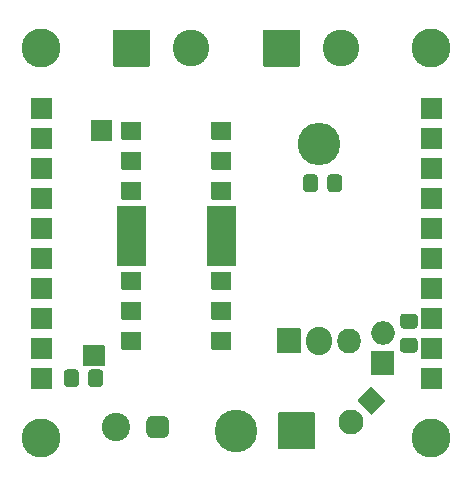
<source format=gbr>
G04 #@! TF.GenerationSoftware,KiCad,Pcbnew,(5.1.8)-1*
G04 #@! TF.CreationDate,2020-11-13T22:35:38+03:00*
G04 #@! TF.ProjectId,L293,4c323933-2e6b-4696-9361-645f70636258,rev?*
G04 #@! TF.SameCoordinates,Original*
G04 #@! TF.FileFunction,Soldermask,Top*
G04 #@! TF.FilePolarity,Negative*
%FSLAX46Y46*%
G04 Gerber Fmt 4.6, Leading zero omitted, Abs format (unit mm)*
G04 Created by KiCad (PCBNEW (5.1.8)-1) date 2020-11-13 22:35:38*
%MOMM*%
%LPD*%
G01*
G04 APERTURE LIST*
%ADD10C,2.102000*%
%ADD11C,2.402000*%
%ADD12C,3.302000*%
%ADD13C,3.602000*%
%ADD14C,3.102000*%
%ADD15O,2.002000X2.002000*%
%ADD16O,3.602000X3.602000*%
%ADD17O,2.202000X2.402000*%
%ADD18O,2.007000X2.102000*%
%ADD19C,0.100000*%
G04 APERTURE END LIST*
G36*
G01*
X120686062Y-60427567D02*
X121817433Y-61558938D01*
G75*
G02*
X121817433Y-61631062I-36062J-36062D01*
G01*
X120686062Y-62762433D01*
G75*
G02*
X120613938Y-62762433I-36062J36062D01*
G01*
X119482567Y-61631062D01*
G75*
G02*
X119482567Y-61558938I36062J36062D01*
G01*
X120613938Y-60427567D01*
G75*
G02*
X120686062Y-60427567I36062J-36062D01*
G01*
G37*
D10*
X118882233Y-63362767D03*
G36*
G01*
X123346172Y-56279000D02*
X124303828Y-56279000D01*
G75*
G02*
X124576000Y-56551172I0J-272172D01*
G01*
X124576000Y-57258828D01*
G75*
G02*
X124303828Y-57531000I-272172J0D01*
G01*
X123346172Y-57531000D01*
G75*
G02*
X123074000Y-57258828I0J272172D01*
G01*
X123074000Y-56551172D01*
G75*
G02*
X123346172Y-56279000I272172J0D01*
G01*
G37*
G36*
G01*
X123346172Y-54229000D02*
X124303828Y-54229000D01*
G75*
G02*
X124576000Y-54501172I0J-272172D01*
G01*
X124576000Y-55208828D01*
G75*
G02*
X124303828Y-55481000I-272172J0D01*
G01*
X123346172Y-55481000D01*
G75*
G02*
X123074000Y-55208828I0J272172D01*
G01*
X123074000Y-54501172D01*
G75*
G02*
X123346172Y-54229000I272172J0D01*
G01*
G37*
D11*
X99052500Y-63817500D03*
G36*
G01*
X103503500Y-63342000D02*
X103503500Y-64293000D01*
G75*
G02*
X103028000Y-64768500I-475500J0D01*
G01*
X102077000Y-64768500D01*
G75*
G02*
X101601500Y-64293000I0J475500D01*
G01*
X101601500Y-63342000D01*
G75*
G02*
X102077000Y-62866500I475500J0D01*
G01*
X103028000Y-62866500D01*
G75*
G02*
X103503500Y-63342000I0J-475500D01*
G01*
G37*
D12*
X92710000Y-31750000D03*
X92710000Y-64770000D03*
X125730000Y-31750000D03*
X125730000Y-64770000D03*
G36*
G01*
X124829000Y-60540000D02*
X124829000Y-58840000D01*
G75*
G02*
X124880000Y-58789000I51000J0D01*
G01*
X126580000Y-58789000D01*
G75*
G02*
X126631000Y-58840000I0J-51000D01*
G01*
X126631000Y-60540000D01*
G75*
G02*
X126580000Y-60591000I-51000J0D01*
G01*
X124880000Y-60591000D01*
G75*
G02*
X124829000Y-60540000I0J51000D01*
G01*
G37*
G36*
G01*
X124829000Y-58000000D02*
X124829000Y-56300000D01*
G75*
G02*
X124880000Y-56249000I51000J0D01*
G01*
X126580000Y-56249000D01*
G75*
G02*
X126631000Y-56300000I0J-51000D01*
G01*
X126631000Y-58000000D01*
G75*
G02*
X126580000Y-58051000I-51000J0D01*
G01*
X124880000Y-58051000D01*
G75*
G02*
X124829000Y-58000000I0J51000D01*
G01*
G37*
G36*
G01*
X124829000Y-55460000D02*
X124829000Y-53760000D01*
G75*
G02*
X124880000Y-53709000I51000J0D01*
G01*
X126580000Y-53709000D01*
G75*
G02*
X126631000Y-53760000I0J-51000D01*
G01*
X126631000Y-55460000D01*
G75*
G02*
X126580000Y-55511000I-51000J0D01*
G01*
X124880000Y-55511000D01*
G75*
G02*
X124829000Y-55460000I0J51000D01*
G01*
G37*
G36*
G01*
X124829000Y-52920000D02*
X124829000Y-51220000D01*
G75*
G02*
X124880000Y-51169000I51000J0D01*
G01*
X126580000Y-51169000D01*
G75*
G02*
X126631000Y-51220000I0J-51000D01*
G01*
X126631000Y-52920000D01*
G75*
G02*
X126580000Y-52971000I-51000J0D01*
G01*
X124880000Y-52971000D01*
G75*
G02*
X124829000Y-52920000I0J51000D01*
G01*
G37*
G36*
G01*
X124829000Y-50380000D02*
X124829000Y-48680000D01*
G75*
G02*
X124880000Y-48629000I51000J0D01*
G01*
X126580000Y-48629000D01*
G75*
G02*
X126631000Y-48680000I0J-51000D01*
G01*
X126631000Y-50380000D01*
G75*
G02*
X126580000Y-50431000I-51000J0D01*
G01*
X124880000Y-50431000D01*
G75*
G02*
X124829000Y-50380000I0J51000D01*
G01*
G37*
G36*
G01*
X124829000Y-47840000D02*
X124829000Y-46140000D01*
G75*
G02*
X124880000Y-46089000I51000J0D01*
G01*
X126580000Y-46089000D01*
G75*
G02*
X126631000Y-46140000I0J-51000D01*
G01*
X126631000Y-47840000D01*
G75*
G02*
X126580000Y-47891000I-51000J0D01*
G01*
X124880000Y-47891000D01*
G75*
G02*
X124829000Y-47840000I0J51000D01*
G01*
G37*
G36*
G01*
X124829000Y-45300000D02*
X124829000Y-43600000D01*
G75*
G02*
X124880000Y-43549000I51000J0D01*
G01*
X126580000Y-43549000D01*
G75*
G02*
X126631000Y-43600000I0J-51000D01*
G01*
X126631000Y-45300000D01*
G75*
G02*
X126580000Y-45351000I-51000J0D01*
G01*
X124880000Y-45351000D01*
G75*
G02*
X124829000Y-45300000I0J51000D01*
G01*
G37*
G36*
G01*
X124829000Y-42760000D02*
X124829000Y-41060000D01*
G75*
G02*
X124880000Y-41009000I51000J0D01*
G01*
X126580000Y-41009000D01*
G75*
G02*
X126631000Y-41060000I0J-51000D01*
G01*
X126631000Y-42760000D01*
G75*
G02*
X126580000Y-42811000I-51000J0D01*
G01*
X124880000Y-42811000D01*
G75*
G02*
X124829000Y-42760000I0J51000D01*
G01*
G37*
G36*
G01*
X124829000Y-40220000D02*
X124829000Y-38520000D01*
G75*
G02*
X124880000Y-38469000I51000J0D01*
G01*
X126580000Y-38469000D01*
G75*
G02*
X126631000Y-38520000I0J-51000D01*
G01*
X126631000Y-40220000D01*
G75*
G02*
X126580000Y-40271000I-51000J0D01*
G01*
X124880000Y-40271000D01*
G75*
G02*
X124829000Y-40220000I0J51000D01*
G01*
G37*
G36*
G01*
X124829000Y-37680000D02*
X124829000Y-35980000D01*
G75*
G02*
X124880000Y-35929000I51000J0D01*
G01*
X126580000Y-35929000D01*
G75*
G02*
X126631000Y-35980000I0J-51000D01*
G01*
X126631000Y-37680000D01*
G75*
G02*
X126580000Y-37731000I-51000J0D01*
G01*
X124880000Y-37731000D01*
G75*
G02*
X124829000Y-37680000I0J51000D01*
G01*
G37*
G36*
G01*
X91809000Y-40220000D02*
X91809000Y-38520000D01*
G75*
G02*
X91860000Y-38469000I51000J0D01*
G01*
X93560000Y-38469000D01*
G75*
G02*
X93611000Y-38520000I0J-51000D01*
G01*
X93611000Y-40220000D01*
G75*
G02*
X93560000Y-40271000I-51000J0D01*
G01*
X91860000Y-40271000D01*
G75*
G02*
X91809000Y-40220000I0J51000D01*
G01*
G37*
G36*
G01*
X91809000Y-42760000D02*
X91809000Y-41060000D01*
G75*
G02*
X91860000Y-41009000I51000J0D01*
G01*
X93560000Y-41009000D01*
G75*
G02*
X93611000Y-41060000I0J-51000D01*
G01*
X93611000Y-42760000D01*
G75*
G02*
X93560000Y-42811000I-51000J0D01*
G01*
X91860000Y-42811000D01*
G75*
G02*
X91809000Y-42760000I0J51000D01*
G01*
G37*
G36*
G01*
X91809000Y-45300000D02*
X91809000Y-43600000D01*
G75*
G02*
X91860000Y-43549000I51000J0D01*
G01*
X93560000Y-43549000D01*
G75*
G02*
X93611000Y-43600000I0J-51000D01*
G01*
X93611000Y-45300000D01*
G75*
G02*
X93560000Y-45351000I-51000J0D01*
G01*
X91860000Y-45351000D01*
G75*
G02*
X91809000Y-45300000I0J51000D01*
G01*
G37*
G36*
G01*
X91809000Y-47840000D02*
X91809000Y-46140000D01*
G75*
G02*
X91860000Y-46089000I51000J0D01*
G01*
X93560000Y-46089000D01*
G75*
G02*
X93611000Y-46140000I0J-51000D01*
G01*
X93611000Y-47840000D01*
G75*
G02*
X93560000Y-47891000I-51000J0D01*
G01*
X91860000Y-47891000D01*
G75*
G02*
X91809000Y-47840000I0J51000D01*
G01*
G37*
G36*
G01*
X91809000Y-50380000D02*
X91809000Y-48680000D01*
G75*
G02*
X91860000Y-48629000I51000J0D01*
G01*
X93560000Y-48629000D01*
G75*
G02*
X93611000Y-48680000I0J-51000D01*
G01*
X93611000Y-50380000D01*
G75*
G02*
X93560000Y-50431000I-51000J0D01*
G01*
X91860000Y-50431000D01*
G75*
G02*
X91809000Y-50380000I0J51000D01*
G01*
G37*
G36*
G01*
X91809000Y-52920000D02*
X91809000Y-51220000D01*
G75*
G02*
X91860000Y-51169000I51000J0D01*
G01*
X93560000Y-51169000D01*
G75*
G02*
X93611000Y-51220000I0J-51000D01*
G01*
X93611000Y-52920000D01*
G75*
G02*
X93560000Y-52971000I-51000J0D01*
G01*
X91860000Y-52971000D01*
G75*
G02*
X91809000Y-52920000I0J51000D01*
G01*
G37*
G36*
G01*
X91809000Y-55460000D02*
X91809000Y-53760000D01*
G75*
G02*
X91860000Y-53709000I51000J0D01*
G01*
X93560000Y-53709000D01*
G75*
G02*
X93611000Y-53760000I0J-51000D01*
G01*
X93611000Y-55460000D01*
G75*
G02*
X93560000Y-55511000I-51000J0D01*
G01*
X91860000Y-55511000D01*
G75*
G02*
X91809000Y-55460000I0J51000D01*
G01*
G37*
G36*
G01*
X91809000Y-58000000D02*
X91809000Y-56300000D01*
G75*
G02*
X91860000Y-56249000I51000J0D01*
G01*
X93560000Y-56249000D01*
G75*
G02*
X93611000Y-56300000I0J-51000D01*
G01*
X93611000Y-58000000D01*
G75*
G02*
X93560000Y-58051000I-51000J0D01*
G01*
X91860000Y-58051000D01*
G75*
G02*
X91809000Y-58000000I0J51000D01*
G01*
G37*
G36*
G01*
X91809000Y-37680000D02*
X91809000Y-35980000D01*
G75*
G02*
X91860000Y-35929000I51000J0D01*
G01*
X93560000Y-35929000D01*
G75*
G02*
X93611000Y-35980000I0J-51000D01*
G01*
X93611000Y-37680000D01*
G75*
G02*
X93560000Y-37731000I-51000J0D01*
G01*
X91860000Y-37731000D01*
G75*
G02*
X91809000Y-37680000I0J51000D01*
G01*
G37*
G36*
G01*
X91809000Y-60540000D02*
X91809000Y-58840000D01*
G75*
G02*
X91860000Y-58789000I51000J0D01*
G01*
X93560000Y-58789000D01*
G75*
G02*
X93611000Y-58840000I0J-51000D01*
G01*
X93611000Y-60540000D01*
G75*
G02*
X93560000Y-60591000I-51000J0D01*
G01*
X91860000Y-60591000D01*
G75*
G02*
X91809000Y-60540000I0J51000D01*
G01*
G37*
G36*
G01*
X114871500Y-43658828D02*
X114871500Y-42701172D01*
G75*
G02*
X115143672Y-42429000I272172J0D01*
G01*
X115851328Y-42429000D01*
G75*
G02*
X116123500Y-42701172I0J-272172D01*
G01*
X116123500Y-43658828D01*
G75*
G02*
X115851328Y-43931000I-272172J0D01*
G01*
X115143672Y-43931000D01*
G75*
G02*
X114871500Y-43658828I0J272172D01*
G01*
G37*
G36*
G01*
X116921500Y-43658828D02*
X116921500Y-42701172D01*
G75*
G02*
X117193672Y-42429000I272172J0D01*
G01*
X117901328Y-42429000D01*
G75*
G02*
X118173500Y-42701172I0J-272172D01*
G01*
X118173500Y-43658828D01*
G75*
G02*
X117901328Y-43931000I-272172J0D01*
G01*
X117193672Y-43931000D01*
G75*
G02*
X116921500Y-43658828I0J272172D01*
G01*
G37*
G36*
G01*
X115851000Y-62635000D02*
X115851000Y-65635000D01*
G75*
G02*
X115800000Y-65686000I-51000J0D01*
G01*
X112800000Y-65686000D01*
G75*
G02*
X112749000Y-65635000I0J51000D01*
G01*
X112749000Y-62635000D01*
G75*
G02*
X112800000Y-62584000I51000J0D01*
G01*
X115800000Y-62584000D01*
G75*
G02*
X115851000Y-62635000I0J-51000D01*
G01*
G37*
D13*
X109220000Y-64135000D03*
D14*
X105410000Y-31750000D03*
G36*
G01*
X98779000Y-33250000D02*
X98779000Y-30250000D01*
G75*
G02*
X98830000Y-30199000I51000J0D01*
G01*
X101830000Y-30199000D01*
G75*
G02*
X101881000Y-30250000I0J-51000D01*
G01*
X101881000Y-33250000D01*
G75*
G02*
X101830000Y-33301000I-51000J0D01*
G01*
X98830000Y-33301000D01*
G75*
G02*
X98779000Y-33250000I0J51000D01*
G01*
G37*
G36*
G01*
X111479000Y-33250000D02*
X111479000Y-30250000D01*
G75*
G02*
X111530000Y-30199000I51000J0D01*
G01*
X114530000Y-30199000D01*
G75*
G02*
X114581000Y-30250000I0J-51000D01*
G01*
X114581000Y-33250000D01*
G75*
G02*
X114530000Y-33301000I-51000J0D01*
G01*
X111530000Y-33301000D01*
G75*
G02*
X111479000Y-33250000I0J51000D01*
G01*
G37*
X118110000Y-31750000D03*
G36*
G01*
X99479000Y-39435000D02*
X99479000Y-38035000D01*
G75*
G02*
X99530000Y-37984000I51000J0D01*
G01*
X101130000Y-37984000D01*
G75*
G02*
X101181000Y-38035000I0J-51000D01*
G01*
X101181000Y-39435000D01*
G75*
G02*
X101130000Y-39486000I-51000J0D01*
G01*
X99530000Y-39486000D01*
G75*
G02*
X99479000Y-39435000I0J51000D01*
G01*
G37*
G36*
G01*
X107099000Y-57215000D02*
X107099000Y-55815000D01*
G75*
G02*
X107150000Y-55764000I51000J0D01*
G01*
X108750000Y-55764000D01*
G75*
G02*
X108801000Y-55815000I0J-51000D01*
G01*
X108801000Y-57215000D01*
G75*
G02*
X108750000Y-57266000I-51000J0D01*
G01*
X107150000Y-57266000D01*
G75*
G02*
X107099000Y-57215000I0J51000D01*
G01*
G37*
G36*
G01*
X99479000Y-41975000D02*
X99479000Y-40575000D01*
G75*
G02*
X99530000Y-40524000I51000J0D01*
G01*
X101130000Y-40524000D01*
G75*
G02*
X101181000Y-40575000I0J-51000D01*
G01*
X101181000Y-41975000D01*
G75*
G02*
X101130000Y-42026000I-51000J0D01*
G01*
X99530000Y-42026000D01*
G75*
G02*
X99479000Y-41975000I0J51000D01*
G01*
G37*
G36*
G01*
X107099000Y-54675000D02*
X107099000Y-53275000D01*
G75*
G02*
X107150000Y-53224000I51000J0D01*
G01*
X108750000Y-53224000D01*
G75*
G02*
X108801000Y-53275000I0J-51000D01*
G01*
X108801000Y-54675000D01*
G75*
G02*
X108750000Y-54726000I-51000J0D01*
G01*
X107150000Y-54726000D01*
G75*
G02*
X107099000Y-54675000I0J51000D01*
G01*
G37*
G36*
G01*
X99479000Y-44515000D02*
X99479000Y-43115000D01*
G75*
G02*
X99530000Y-43064000I51000J0D01*
G01*
X101130000Y-43064000D01*
G75*
G02*
X101181000Y-43115000I0J-51000D01*
G01*
X101181000Y-44515000D01*
G75*
G02*
X101130000Y-44566000I-51000J0D01*
G01*
X99530000Y-44566000D01*
G75*
G02*
X99479000Y-44515000I0J51000D01*
G01*
G37*
G36*
G01*
X107099000Y-52135000D02*
X107099000Y-50735000D01*
G75*
G02*
X107150000Y-50684000I51000J0D01*
G01*
X108750000Y-50684000D01*
G75*
G02*
X108801000Y-50735000I0J-51000D01*
G01*
X108801000Y-52135000D01*
G75*
G02*
X108750000Y-52186000I-51000J0D01*
G01*
X107150000Y-52186000D01*
G75*
G02*
X107099000Y-52135000I0J51000D01*
G01*
G37*
G36*
G01*
X99079000Y-47555000D02*
X99079000Y-45155000D01*
G75*
G02*
X99130000Y-45104000I51000J0D01*
G01*
X101530000Y-45104000D01*
G75*
G02*
X101581000Y-45155000I0J-51000D01*
G01*
X101581000Y-47555000D01*
G75*
G02*
X101530000Y-47606000I-51000J0D01*
G01*
X99130000Y-47606000D01*
G75*
G02*
X99079000Y-47555000I0J51000D01*
G01*
G37*
G36*
G01*
X106699000Y-50095000D02*
X106699000Y-47695000D01*
G75*
G02*
X106750000Y-47644000I51000J0D01*
G01*
X109150000Y-47644000D01*
G75*
G02*
X109201000Y-47695000I0J-51000D01*
G01*
X109201000Y-50095000D01*
G75*
G02*
X109150000Y-50146000I-51000J0D01*
G01*
X106750000Y-50146000D01*
G75*
G02*
X106699000Y-50095000I0J51000D01*
G01*
G37*
G36*
G01*
X99079000Y-50095000D02*
X99079000Y-47695000D01*
G75*
G02*
X99130000Y-47644000I51000J0D01*
G01*
X101530000Y-47644000D01*
G75*
G02*
X101581000Y-47695000I0J-51000D01*
G01*
X101581000Y-50095000D01*
G75*
G02*
X101530000Y-50146000I-51000J0D01*
G01*
X99130000Y-50146000D01*
G75*
G02*
X99079000Y-50095000I0J51000D01*
G01*
G37*
G36*
G01*
X106699000Y-47555000D02*
X106699000Y-45155000D01*
G75*
G02*
X106750000Y-45104000I51000J0D01*
G01*
X109150000Y-45104000D01*
G75*
G02*
X109201000Y-45155000I0J-51000D01*
G01*
X109201000Y-47555000D01*
G75*
G02*
X109150000Y-47606000I-51000J0D01*
G01*
X106750000Y-47606000D01*
G75*
G02*
X106699000Y-47555000I0J51000D01*
G01*
G37*
G36*
G01*
X99479000Y-52135000D02*
X99479000Y-50735000D01*
G75*
G02*
X99530000Y-50684000I51000J0D01*
G01*
X101130000Y-50684000D01*
G75*
G02*
X101181000Y-50735000I0J-51000D01*
G01*
X101181000Y-52135000D01*
G75*
G02*
X101130000Y-52186000I-51000J0D01*
G01*
X99530000Y-52186000D01*
G75*
G02*
X99479000Y-52135000I0J51000D01*
G01*
G37*
G36*
G01*
X107099000Y-44515000D02*
X107099000Y-43115000D01*
G75*
G02*
X107150000Y-43064000I51000J0D01*
G01*
X108750000Y-43064000D01*
G75*
G02*
X108801000Y-43115000I0J-51000D01*
G01*
X108801000Y-44515000D01*
G75*
G02*
X108750000Y-44566000I-51000J0D01*
G01*
X107150000Y-44566000D01*
G75*
G02*
X107099000Y-44515000I0J51000D01*
G01*
G37*
G36*
G01*
X99479000Y-54675000D02*
X99479000Y-53275000D01*
G75*
G02*
X99530000Y-53224000I51000J0D01*
G01*
X101130000Y-53224000D01*
G75*
G02*
X101181000Y-53275000I0J-51000D01*
G01*
X101181000Y-54675000D01*
G75*
G02*
X101130000Y-54726000I-51000J0D01*
G01*
X99530000Y-54726000D01*
G75*
G02*
X99479000Y-54675000I0J51000D01*
G01*
G37*
G36*
G01*
X107099000Y-41975000D02*
X107099000Y-40575000D01*
G75*
G02*
X107150000Y-40524000I51000J0D01*
G01*
X108750000Y-40524000D01*
G75*
G02*
X108801000Y-40575000I0J-51000D01*
G01*
X108801000Y-41975000D01*
G75*
G02*
X108750000Y-42026000I-51000J0D01*
G01*
X107150000Y-42026000D01*
G75*
G02*
X107099000Y-41975000I0J51000D01*
G01*
G37*
G36*
G01*
X99479000Y-57215000D02*
X99479000Y-55815000D01*
G75*
G02*
X99530000Y-55764000I51000J0D01*
G01*
X101130000Y-55764000D01*
G75*
G02*
X101181000Y-55815000I0J-51000D01*
G01*
X101181000Y-57215000D01*
G75*
G02*
X101130000Y-57266000I-51000J0D01*
G01*
X99530000Y-57266000D01*
G75*
G02*
X99479000Y-57215000I0J51000D01*
G01*
G37*
G36*
G01*
X107099000Y-39435000D02*
X107099000Y-38035000D01*
G75*
G02*
X107150000Y-37984000I51000J0D01*
G01*
X108750000Y-37984000D01*
G75*
G02*
X108801000Y-38035000I0J-51000D01*
G01*
X108801000Y-39435000D01*
G75*
G02*
X108750000Y-39486000I-51000J0D01*
G01*
X107150000Y-39486000D01*
G75*
G02*
X107099000Y-39435000I0J51000D01*
G01*
G37*
G36*
G01*
X122603500Y-57470000D02*
X122603500Y-59370000D01*
G75*
G02*
X122552500Y-59421000I-51000J0D01*
G01*
X120652500Y-59421000D01*
G75*
G02*
X120601500Y-59370000I0J51000D01*
G01*
X120601500Y-57470000D01*
G75*
G02*
X120652500Y-57419000I51000J0D01*
G01*
X122552500Y-57419000D01*
G75*
G02*
X122603500Y-57470000I0J-51000D01*
G01*
G37*
D15*
X121602500Y-55880000D03*
D16*
X116205000Y-39855000D03*
G36*
G01*
X112661500Y-57515000D02*
X112661500Y-55515000D01*
G75*
G02*
X112712500Y-55464000I51000J0D01*
G01*
X114617500Y-55464000D01*
G75*
G02*
X114668500Y-55515000I0J-51000D01*
G01*
X114668500Y-57515000D01*
G75*
G02*
X114617500Y-57566000I-51000J0D01*
G01*
X112712500Y-57566000D01*
G75*
G02*
X112661500Y-57515000I0J51000D01*
G01*
G37*
D17*
X116205000Y-56515000D03*
D18*
X118745000Y-56515000D03*
G36*
G01*
X94624000Y-60168828D02*
X94624000Y-59211172D01*
G75*
G02*
X94896172Y-58939000I272172J0D01*
G01*
X95603828Y-58939000D01*
G75*
G02*
X95876000Y-59211172I0J-272172D01*
G01*
X95876000Y-60168828D01*
G75*
G02*
X95603828Y-60441000I-272172J0D01*
G01*
X94896172Y-60441000D01*
G75*
G02*
X94624000Y-60168828I0J272172D01*
G01*
G37*
G36*
G01*
X96674000Y-60168828D02*
X96674000Y-59211172D01*
G75*
G02*
X96946172Y-58939000I272172J0D01*
G01*
X97653828Y-58939000D01*
G75*
G02*
X97926000Y-59211172I0J-272172D01*
G01*
X97926000Y-60168828D01*
G75*
G02*
X97653828Y-60441000I-272172J0D01*
G01*
X96946172Y-60441000D01*
G75*
G02*
X96674000Y-60168828I0J272172D01*
G01*
G37*
G36*
G01*
X96889000Y-39585000D02*
X96889000Y-37885000D01*
G75*
G02*
X96940000Y-37834000I51000J0D01*
G01*
X98640000Y-37834000D01*
G75*
G02*
X98691000Y-37885000I0J-51000D01*
G01*
X98691000Y-39585000D01*
G75*
G02*
X98640000Y-39636000I-51000J0D01*
G01*
X96940000Y-39636000D01*
G75*
G02*
X96889000Y-39585000I0J51000D01*
G01*
G37*
G36*
G01*
X96254000Y-58635000D02*
X96254000Y-56935000D01*
G75*
G02*
X96305000Y-56884000I51000J0D01*
G01*
X98005000Y-56884000D01*
G75*
G02*
X98056000Y-56935000I0J-51000D01*
G01*
X98056000Y-58635000D01*
G75*
G02*
X98005000Y-58686000I-51000J0D01*
G01*
X96305000Y-58686000D01*
G75*
G02*
X96254000Y-58635000I0J51000D01*
G01*
G37*
D19*
G36*
X109202732Y-47605000D02*
G01*
X109203000Y-47606000D01*
X109203000Y-47644000D01*
X109202000Y-47645732D01*
X109201000Y-47646000D01*
X106699000Y-47646000D01*
X106697268Y-47645000D01*
X106697000Y-47644000D01*
X106697000Y-47606000D01*
X106698000Y-47604268D01*
X106699000Y-47604000D01*
X109201000Y-47604000D01*
X109202732Y-47605000D01*
G37*
G36*
X101582732Y-47605000D02*
G01*
X101583000Y-47606000D01*
X101583000Y-47644000D01*
X101582000Y-47645732D01*
X101581000Y-47646000D01*
X99079000Y-47646000D01*
X99077268Y-47645000D01*
X99077000Y-47644000D01*
X99077000Y-47606000D01*
X99078000Y-47604268D01*
X99079000Y-47604000D01*
X101581000Y-47604000D01*
X101582732Y-47605000D01*
G37*
M02*

</source>
